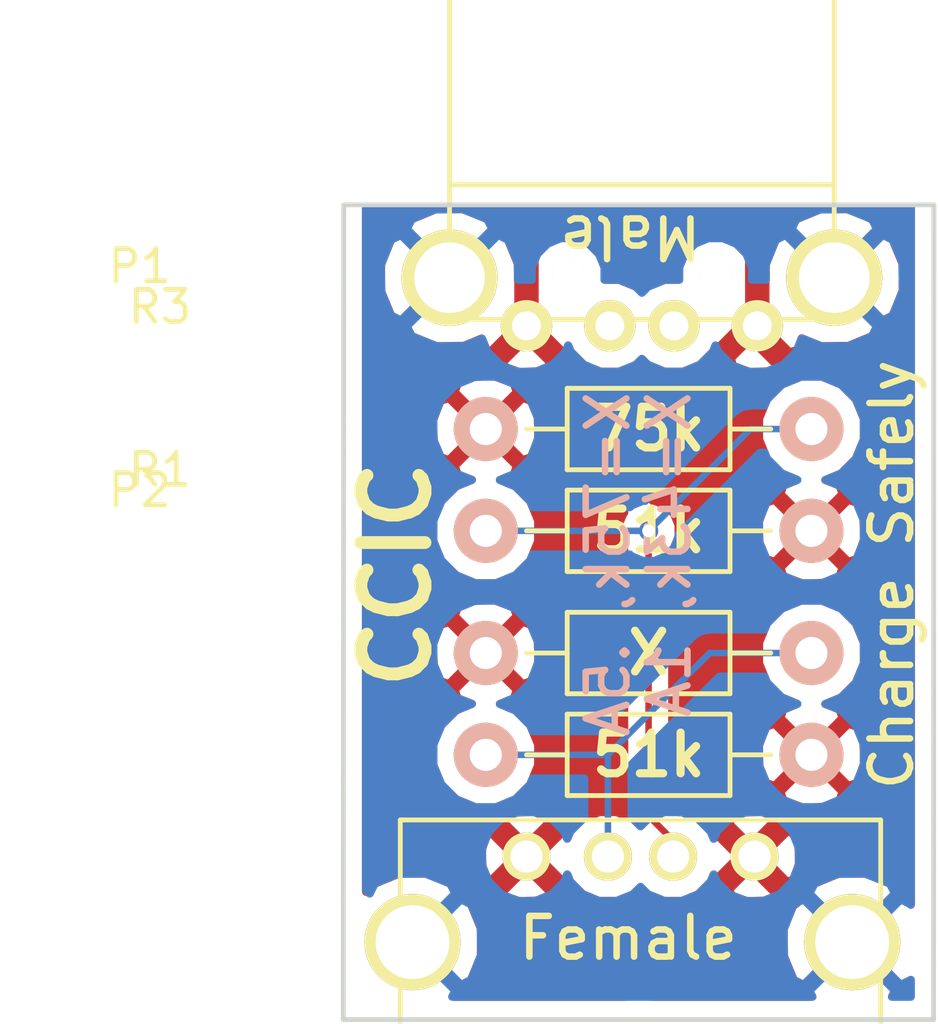
<source format=kicad_pcb>
(kicad_pcb (version 20171130) (host pcbnew "(5.1.0)-1")

  (general
    (thickness 1.6)
    (drawings 17)
    (tracks 39)
    (zones 0)
    (modules 6)
    (nets 8)
  )

  (page A4)
  (layers
    (0 F.Cu signal hide)
    (31 B.Cu signal hide)
    (32 B.Adhes user)
    (33 F.Adhes user)
    (34 B.Paste user)
    (35 F.Paste user)
    (36 B.SilkS user)
    (37 F.SilkS user)
    (38 B.Mask user)
    (39 F.Mask user)
    (40 Dwgs.User user)
    (41 Cmts.User user)
    (42 Eco1.User user)
    (43 Eco2.User user)
    (44 Edge.Cuts user)
    (45 Margin user hide)
    (46 B.CrtYd user)
    (47 F.CrtYd user)
    (48 B.Fab user)
    (49 F.Fab user)
  )

  (setup
    (last_trace_width 0.762)
    (trace_clearance 0.2)
    (zone_clearance 0.508)
    (zone_45_only yes)
    (trace_min 0.2)
    (via_size 0.6)
    (via_drill 0.4)
    (via_min_size 0.4)
    (via_min_drill 0.3)
    (uvia_size 0.3)
    (uvia_drill 0.1)
    (uvias_allowed no)
    (uvia_min_size 0)
    (uvia_min_drill 0)
    (edge_width 0.15)
    (segment_width 0.2)
    (pcb_text_width 0.3)
    (pcb_text_size 1.5 1.5)
    (mod_edge_width 0.15)
    (mod_text_size 1 1)
    (mod_text_width 0.15)
    (pad_size 1.524 1.524)
    (pad_drill 0.762)
    (pad_to_mask_clearance 0.2)
    (aux_axis_origin 0 0)
    (visible_elements 7FFFFFFF)
    (pcbplotparams
      (layerselection 0x00030_80000001)
      (usegerberextensions false)
      (usegerberattributes false)
      (usegerberadvancedattributes false)
      (creategerberjobfile false)
      (excludeedgelayer true)
      (linewidth 0.100000)
      (plotframeref false)
      (viasonmask false)
      (mode 1)
      (useauxorigin false)
      (hpglpennumber 1)
      (hpglpenspeed 20)
      (hpglpendiameter 15.000000)
      (psnegative false)
      (psa4output false)
      (plotreference true)
      (plotvalue true)
      (plotinvisibletext false)
      (padsonsilk false)
      (subtractmaskfromsilk false)
      (outputformat 1)
      (mirror false)
      (drillshape 1)
      (scaleselection 1)
      (outputdirectory ""))
  )

  (net 0 "")
  (net 1 "Net-(P1-Pad3)")
  (net 2 "Net-(P1-Pad2)")
  (net 3 "Net-(P1-Pad5)")
  (net 4 "Net-(P2-Pad3)")
  (net 5 "Net-(P2-Pad2)")
  (net 6 GND)
  (net 7 +5V)

  (net_class Default "This is the default net class."
    (clearance 0.2)
    (trace_width 0.762)
    (via_dia 0.6)
    (via_drill 0.4)
    (uvia_dia 0.3)
    (uvia_drill 0.1)
    (add_net +5V)
    (add_net GND)
    (add_net "Net-(P1-Pad5)")
  )

  (net_class Signal ""
    (clearance 0.2)
    (trace_width 0.2032)
    (via_dia 0.6)
    (via_drill 0.4)
    (uvia_dia 0.3)
    (uvia_drill 0.1)
    (add_net "Net-(P1-Pad2)")
    (add_net "Net-(P1-Pad3)")
    (add_net "Net-(P2-Pad2)")
    (add_net "Net-(P2-Pad3)")
  )

  (module Connect:USB_A (layer F.Cu) (tedit 5A617DDA) (tstamp 59CC4348)
    (at 123.19 108.585)
    (descr "USB A connector")
    (tags "USB USB_A")
    (path /59CC433B)
    (fp_text reference P2 (at -12.065 -11.43) (layer F.SilkS)
      (effects (font (size 1 1) (thickness 0.15)))
    )
    (fp_text value Female (at 3.83794 7.43458) (layer F.Fab)
      (effects (font (size 1 1) (thickness 0.15)))
    )
    (fp_line (start -5.3 13.2) (end -5.3 -1.4) (layer F.CrtYd) (width 0.05))
    (fp_line (start 11.95 -1.4) (end 11.95 13.2) (layer F.CrtYd) (width 0.05))
    (fp_line (start -5.3 13.2) (end 11.95 13.2) (layer F.CrtYd) (width 0.05))
    (fp_line (start -5.3 -1.4) (end 11.95 -1.4) (layer F.CrtYd) (width 0.05))
    (fp_line (start 11.04986 -1.14512) (end 11.04986 12.95188) (layer F.SilkS) (width 0.15))
    (fp_line (start -3.93614 12.95188) (end -3.93614 -1.14512) (layer F.SilkS) (width 0.15))
    (fp_line (start 11.04986 -1.14512) (end -3.93614 -1.14512) (layer F.SilkS) (width 0.15))
    (fp_line (start 11.04986 12.95188) (end -3.93614 12.95188) (layer F.SilkS) (width 0.15))
    (pad 4 thru_hole circle (at 7.11286 -0.00212 270) (size 1.50114 1.50114) (drill 1.00076) (layers *.Cu *.Mask F.SilkS)
      (net 6 GND))
    (pad 3 thru_hole circle (at 4.57286 -0.00212 270) (size 1.50114 1.50114) (drill 1.00076) (layers *.Cu *.Mask F.SilkS)
      (net 4 "Net-(P2-Pad3)"))
    (pad 2 thru_hole circle (at 2.54086 -0.00212 270) (size 1.50114 1.50114) (drill 1.00076) (layers *.Cu *.Mask F.SilkS)
      (net 5 "Net-(P2-Pad2)"))
    (pad 1 thru_hole circle (at 0.00086 -0.00212 270) (size 1.50114 1.50114) (drill 1.00076) (layers *.Cu *.Mask F.SilkS)
      (net 7 +5V))
    (pad 5 thru_hole circle (at 10.16086 2.66488 270) (size 2.99974 2.99974) (drill 2.30124) (layers *.Cu *.Mask F.SilkS)
      (net 3 "Net-(P1-Pad5)"))
    (pad 5 thru_hole circle (at -3.55514 2.66488 270) (size 2.99974 2.99974) (drill 2.30124) (layers *.Cu *.Mask F.SilkS)
      (net 3 "Net-(P1-Pad5)"))
    (model Connect.3dshapes/USB_A.wrl
      (offset (xyz 3.555999946594238 0 0))
      (scale (xyz 1 1 1))
      (rotate (xyz 0 0 90))
    )
  )

  (module Libraries:USB_A_Male (layer F.Cu) (tedit 5A617DD5) (tstamp 5A617AF9)
    (at 123.19 87.63 180)
    (path /59CC42C4)
    (fp_text reference P1 (at 12.065 -2.54 180) (layer F.SilkS)
      (effects (font (size 1 1) (thickness 0.15)))
    )
    (fp_text value Male (at -1.905 3.175 180) (layer F.Fab)
      (effects (font (size 1 1) (thickness 0.15)))
    )
    (fp_line (start 2.4 0) (end 2.4 14.8) (layer F.SilkS) (width 0.15))
    (fp_line (start 2.4 14.8) (end -9.6 14.8) (layer F.SilkS) (width 0.15))
    (fp_line (start -9.6 14.8) (end -9.6 0) (layer F.SilkS) (width 0.15))
    (fp_line (start 2.4 0) (end -9.6 0) (layer F.SilkS) (width 0.15))
    (fp_line (start -9.6 0) (end -9.6 -4.2) (layer F.SilkS) (width 0.15))
    (fp_line (start -9.6 -4.2) (end 2.4 -4.2) (layer F.SilkS) (width 0.15))
    (fp_line (start 2.4 -4.2) (end 2.4 0) (layer F.SilkS) (width 0.15))
    (pad 4 thru_hole circle (at -7.2 -4.4 180) (size 1.6 1.6) (drill 0.9) (layers *.Cu *.Mask F.SilkS)
      (net 6 GND))
    (pad 3 thru_hole circle (at -4.6 -4.4 180) (size 1.6 1.6) (drill 0.9) (layers *.Cu *.Mask F.SilkS)
      (net 1 "Net-(P1-Pad3)"))
    (pad 2 thru_hole circle (at -2.6 -4.4 180) (size 1.6 1.6) (drill 0.9) (layers *.Cu *.Mask F.SilkS)
      (net 2 "Net-(P1-Pad2)"))
    (pad 1 thru_hole circle (at 0 -4.4 180) (size 1.6 1.6) (drill 0.9) (layers *.Cu *.Mask F.SilkS)
      (net 7 +5V))
    (pad 5 thru_hole circle (at -9.6 -2.9 180) (size 3 3) (drill 2.2) (layers *.Cu *.Mask F.SilkS)
      (net 3 "Net-(P1-Pad5)"))
    (pad 5 thru_hole circle (at 2.4 -2.9 180) (size 3 3) (drill 2.2) (layers *.Cu *.Mask F.SilkS)
      (net 3 "Net-(P1-Pad5)"))
    (pad "" np_thru_hole circle (at -5.9 -2.8 180) (size 1 1) (drill 1) (layers *.Cu *.Mask F.SilkS))
    (pad "" np_thru_hole circle (at -1.3 -2.8 180) (size 1 1) (drill 1) (layers *.Cu *.Mask F.SilkS))
  )

  (module Resistors_ThroughHole:Resistor_Horizontal_RM10mm (layer F.Cu) (tedit 5A617E83) (tstamp 5A617C77)
    (at 121.92 102.235)
    (descr "Resistor, Axial,  RM 10mm, 1/3W")
    (tags "Resistor Axial RM 10mm 1/3W")
    (path /5A6170C1)
    (fp_text reference R1 (at -10.16 -5.715) (layer F.SilkS)
      (effects (font (size 1 1) (thickness 0.15)))
    )
    (fp_text value 75k (at -10.16 1.905) (layer F.Fab)
      (effects (font (size 1 1) (thickness 0.15)))
    )
    (fp_line (start -1.25 -1.5) (end 11.4 -1.5) (layer F.CrtYd) (width 0.05))
    (fp_line (start -1.25 1.5) (end -1.25 -1.5) (layer F.CrtYd) (width 0.05))
    (fp_line (start 11.4 -1.5) (end 11.4 1.5) (layer F.CrtYd) (width 0.05))
    (fp_line (start -1.25 1.5) (end 11.4 1.5) (layer F.CrtYd) (width 0.05))
    (fp_line (start 2.54 -1.27) (end 7.62 -1.27) (layer F.SilkS) (width 0.15))
    (fp_line (start 7.62 -1.27) (end 7.62 1.27) (layer F.SilkS) (width 0.15))
    (fp_line (start 7.62 1.27) (end 2.54 1.27) (layer F.SilkS) (width 0.15))
    (fp_line (start 2.54 1.27) (end 2.54 -1.27) (layer F.SilkS) (width 0.15))
    (fp_line (start 2.54 0) (end 1.27 0) (layer F.SilkS) (width 0.15))
    (fp_line (start 7.62 0) (end 8.89 0) (layer F.SilkS) (width 0.15))
    (pad 1 thru_hole circle (at 0 0) (size 1.99898 1.99898) (drill 1.00076) (layers *.Cu *.SilkS *.Mask)
      (net 7 +5V))
    (pad 2 thru_hole circle (at 10.16 0) (size 1.99898 1.99898) (drill 1.00076) (layers *.Cu *.SilkS *.Mask)
      (net 5 "Net-(P2-Pad2)"))
    (model Resistors_ThroughHole.3dshapes/Resistor_Horizontal_RM10mm.wrl
      (at (xyz 0 0 0))
      (scale (xyz 0.4 0.4 0.4))
      (rotate (xyz 0 0 0))
    )
  )

  (module Resistors_ThroughHole:Resistor_Horizontal_RM10mm (layer F.Cu) (tedit 5A617E89) (tstamp 5A617C7C)
    (at 121.92 105.41)
    (descr "Resistor, Axial,  RM 10mm, 1/3W")
    (tags "Resistor Axial RM 10mm 1/3W")
    (path /5A61710A)
    (fp_text reference R2 (at 20.955 -3.175) (layer F.SilkS)
      (effects (font (size 1 1) (thickness 0.15)))
    )
    (fp_text value 50k (at 20.955 -1.27) (layer F.Fab)
      (effects (font (size 1 1) (thickness 0.15)))
    )
    (fp_line (start -1.25 -1.5) (end 11.4 -1.5) (layer F.CrtYd) (width 0.05))
    (fp_line (start -1.25 1.5) (end -1.25 -1.5) (layer F.CrtYd) (width 0.05))
    (fp_line (start 11.4 -1.5) (end 11.4 1.5) (layer F.CrtYd) (width 0.05))
    (fp_line (start -1.25 1.5) (end 11.4 1.5) (layer F.CrtYd) (width 0.05))
    (fp_line (start 2.54 -1.27) (end 7.62 -1.27) (layer F.SilkS) (width 0.15))
    (fp_line (start 7.62 -1.27) (end 7.62 1.27) (layer F.SilkS) (width 0.15))
    (fp_line (start 7.62 1.27) (end 2.54 1.27) (layer F.SilkS) (width 0.15))
    (fp_line (start 2.54 1.27) (end 2.54 -1.27) (layer F.SilkS) (width 0.15))
    (fp_line (start 2.54 0) (end 1.27 0) (layer F.SilkS) (width 0.15))
    (fp_line (start 7.62 0) (end 8.89 0) (layer F.SilkS) (width 0.15))
    (pad 1 thru_hole circle (at 0 0) (size 1.99898 1.99898) (drill 1.00076) (layers *.Cu *.SilkS *.Mask)
      (net 5 "Net-(P2-Pad2)"))
    (pad 2 thru_hole circle (at 10.16 0) (size 1.99898 1.99898) (drill 1.00076) (layers *.Cu *.SilkS *.Mask)
      (net 6 GND))
    (model Resistors_ThroughHole.3dshapes/Resistor_Horizontal_RM10mm.wrl
      (at (xyz 0 0 0))
      (scale (xyz 0.4 0.4 0.4))
      (rotate (xyz 0 0 0))
    )
  )

  (module Resistors_ThroughHole:Resistor_Horizontal_RM10mm (layer F.Cu) (tedit 5A617E84) (tstamp 5A617C81)
    (at 121.92 95.25)
    (descr "Resistor, Axial,  RM 10mm, 1/3W")
    (tags "Resistor Axial RM 10mm 1/3W")
    (path /5A617165)
    (fp_text reference R3 (at -10.16 -3.81) (layer F.SilkS)
      (effects (font (size 1 1) (thickness 0.15)))
    )
    (fp_text value 75k (at -10.16 1.27) (layer F.Fab)
      (effects (font (size 1 1) (thickness 0.15)))
    )
    (fp_line (start -1.25 -1.5) (end 11.4 -1.5) (layer F.CrtYd) (width 0.05))
    (fp_line (start -1.25 1.5) (end -1.25 -1.5) (layer F.CrtYd) (width 0.05))
    (fp_line (start 11.4 -1.5) (end 11.4 1.5) (layer F.CrtYd) (width 0.05))
    (fp_line (start -1.25 1.5) (end 11.4 1.5) (layer F.CrtYd) (width 0.05))
    (fp_line (start 2.54 -1.27) (end 7.62 -1.27) (layer F.SilkS) (width 0.15))
    (fp_line (start 7.62 -1.27) (end 7.62 1.27) (layer F.SilkS) (width 0.15))
    (fp_line (start 7.62 1.27) (end 2.54 1.27) (layer F.SilkS) (width 0.15))
    (fp_line (start 2.54 1.27) (end 2.54 -1.27) (layer F.SilkS) (width 0.15))
    (fp_line (start 2.54 0) (end 1.27 0) (layer F.SilkS) (width 0.15))
    (fp_line (start 7.62 0) (end 8.89 0) (layer F.SilkS) (width 0.15))
    (pad 1 thru_hole circle (at 0 0) (size 1.99898 1.99898) (drill 1.00076) (layers *.Cu *.SilkS *.Mask)
      (net 7 +5V))
    (pad 2 thru_hole circle (at 10.16 0) (size 1.99898 1.99898) (drill 1.00076) (layers *.Cu *.SilkS *.Mask)
      (net 4 "Net-(P2-Pad3)"))
    (model Resistors_ThroughHole.3dshapes/Resistor_Horizontal_RM10mm.wrl
      (at (xyz 0 0 0))
      (scale (xyz 0.4 0.4 0.4))
      (rotate (xyz 0 0 0))
    )
  )

  (module Resistors_ThroughHole:Resistor_Horizontal_RM10mm (layer F.Cu) (tedit 5A617E87) (tstamp 5A617C86)
    (at 121.92 98.425)
    (descr "Resistor, Axial,  RM 10mm, 1/3W")
    (tags "Resistor Axial RM 10mm 1/3W")
    (path /5A617138)
    (fp_text reference R4 (at 20.955 -1.27) (layer F.SilkS)
      (effects (font (size 1 1) (thickness 0.15)))
    )
    (fp_text value 50k (at 19.05 -3.175) (layer F.Fab)
      (effects (font (size 1 1) (thickness 0.15)))
    )
    (fp_line (start -1.25 -1.5) (end 11.4 -1.5) (layer F.CrtYd) (width 0.05))
    (fp_line (start -1.25 1.5) (end -1.25 -1.5) (layer F.CrtYd) (width 0.05))
    (fp_line (start 11.4 -1.5) (end 11.4 1.5) (layer F.CrtYd) (width 0.05))
    (fp_line (start -1.25 1.5) (end 11.4 1.5) (layer F.CrtYd) (width 0.05))
    (fp_line (start 2.54 -1.27) (end 7.62 -1.27) (layer F.SilkS) (width 0.15))
    (fp_line (start 7.62 -1.27) (end 7.62 1.27) (layer F.SilkS) (width 0.15))
    (fp_line (start 7.62 1.27) (end 2.54 1.27) (layer F.SilkS) (width 0.15))
    (fp_line (start 2.54 1.27) (end 2.54 -1.27) (layer F.SilkS) (width 0.15))
    (fp_line (start 2.54 0) (end 1.27 0) (layer F.SilkS) (width 0.15))
    (fp_line (start 7.62 0) (end 8.89 0) (layer F.SilkS) (width 0.15))
    (pad 1 thru_hole circle (at 0 0) (size 1.99898 1.99898) (drill 1.00076) (layers *.Cu *.SilkS *.Mask)
      (net 4 "Net-(P2-Pad3)"))
    (pad 2 thru_hole circle (at 10.16 0) (size 1.99898 1.99898) (drill 1.00076) (layers *.Cu *.SilkS *.Mask)
      (net 6 GND))
    (model Resistors_ThroughHole.3dshapes/Resistor_Horizontal_RM10mm.wrl
      (at (xyz 0 0 0))
      (scale (xyz 0.4 0.4 0.4))
      (rotate (xyz 0 0 0))
    )
  )

  (gr_text "California\nCybersecurity\nInstitute" (at 126.59 111.53) (layer B.Mask)
    (effects (font (size 0.85 0.9) (thickness 0.1524)) (justify mirror))
  )
  (gr_text "Charge Safely" (at 134.58 99.79 90) (layer F.SilkS)
    (effects (font (size 1.27 1.27) (thickness 0.2032)))
  )
  (dimension 18.415 (width 0.3) (layer Dwgs.User)
    (gr_text "0.7250 in" (at 126.6925 83.725) (layer Dwgs.User)
      (effects (font (size 1.5 1.5) (thickness 0.3)))
    )
    (feature1 (pts (xy 135.9 88.25) (xy 135.9 82.375)))
    (feature2 (pts (xy 117.485 88.25) (xy 117.485 82.375)))
    (crossbar (pts (xy 117.485 85.075) (xy 135.9 85.075)))
    (arrow1a (pts (xy 135.9 85.075) (xy 134.773496 85.661421)))
    (arrow1b (pts (xy 135.9 85.075) (xy 134.773496 84.488579)))
    (arrow2a (pts (xy 117.485 85.075) (xy 118.611504 85.661421)))
    (arrow2b (pts (xy 117.485 85.075) (xy 118.611504 84.488579)))
  )
  (dimension 25.42526 (width 0.3) (layer Dwgs.User)
    (gr_text "1.0010 in" (at 112.302521 100.928845 89.74084682) (layer Dwgs.User)
      (effects (font (size 1.5 1.5) (thickness 0.3)))
    )
    (feature1 (pts (xy 117.475 113.665) (xy 113.758585 113.64819)))
    (feature2 (pts (xy 117.59 88.24) (xy 113.873585 88.22319)))
    (crossbar (pts (xy 114.46 88.225843) (xy 114.345 113.650843)))
    (arrow1a (pts (xy 114.345 113.650843) (xy 113.763681 112.521698)))
    (arrow1b (pts (xy 114.345 113.650843) (xy 114.93651 112.527003)))
    (arrow2a (pts (xy 114.46 88.225843) (xy 113.86849 89.349683)))
    (arrow2b (pts (xy 114.46 88.225843) (xy 115.041319 89.354988)))
  )
  (gr_text "X=43k, 1A" (at 127.635 93.98 90) (layer B.SilkS)
    (effects (font (size 1.27 1.27) (thickness 0.2032)) (justify left mirror))
  )
  (gr_text "X=75k, .5A" (at 125.73 93.98 90) (layer B.SilkS)
    (effects (font (size 1.27 1.27) (thickness 0.2032)) (justify left mirror))
  )
  (gr_text Male (at 126.43 89.26 180) (layer F.SilkS)
    (effects (font (size 1.27 1.27) (thickness 0.2032)))
  )
  (gr_text Female (at 126.365 111.125) (layer F.SilkS)
    (effects (font (size 1.27 1.27) (thickness 0.2032)))
  )
  (gr_text 51k (at 127 105.41) (layer F.SilkS)
    (effects (font (size 1.27 1.27) (thickness 0.254)))
  )
  (gr_text 51k (at 127 98.425) (layer F.SilkS)
    (effects (font (size 1.27 1.27) (thickness 0.254)))
  )
  (gr_text X (at 127 102.235) (layer F.SilkS)
    (effects (font (size 1.27 1.27) (thickness 0.254)))
  )
  (gr_text 75k (at 127 95.25) (layer F.SilkS)
    (effects (font (size 1.27 1.27) (thickness 0.254)))
  )
  (gr_line (start 135.89 113.665) (end 117.475 113.665) (angle 90) (layer Edge.Cuts) (width 0.15))
  (gr_line (start 135.9 88.26) (end 135.89 113.665) (angle 90) (layer Edge.Cuts) (width 0.15))
  (gr_line (start 117.49 88.26) (end 135.9 88.26) (angle 90) (layer Edge.Cuts) (width 0.15))
  (gr_line (start 117.475 113.665) (end 117.49 88.26) (angle 90) (layer Edge.Cuts) (width 0.15))
  (gr_text CCIC (at 119.12 99.79 90) (layer F.SilkS)
    (effects (font (size 2 2) (thickness 0.4)))
  )

  (via (at 127 98.425) (size 0.6) (drill 0.4) (layers F.Cu B.Cu) (net 4))
  (segment (start 127 98.425) (end 130.175 95.25) (width 0.2032) (layer B.Cu) (net 4))
  (segment (start 130.175 95.25) (end 132.08 95.25) (width 0.2032) (layer B.Cu) (net 4) (tstamp 5A617FE7))
  (segment (start 127.76286 108.58288) (end 127.76286 108.07786) (width 0.2032) (layer F.Cu) (net 4))
  (segment (start 127.76286 108.07786) (end 127 107.315) (width 0.2032) (layer F.Cu) (net 4) (tstamp 5A617FD4))
  (segment (start 127 107.315) (end 127 98.425) (width 0.2032) (layer F.Cu) (net 4) (tstamp 5A617FD9))
  (segment (start 127 98.425) (end 121.92 98.425) (width 0.2032) (layer B.Cu) (net 4) (tstamp 5A617FE1))
  (segment (start 125.73 105.41) (end 125.73 105.40828) (width 0.2032) (layer B.Cu) (net 5))
  (segment (start 128.905 102.235) (end 132.08 102.235) (width 0.2032) (layer B.Cu) (net 5) (tstamp 5A617F9F))
  (segment (start 125.73 105.40828) (end 128.905 102.235) (width 0.2032) (layer B.Cu) (net 5) (tstamp 5A617F9D))
  (segment (start 125.73086 108.58288) (end 125.73 105.41) (width 0.2032) (layer B.Cu) (net 5))
  (segment (start 125.72914 105.40914) (end 121.92 105.41) (width 0.2032) (layer B.Cu) (net 5) (tstamp 5A617F9A))
  (segment (start 125.73 105.41) (end 125.72914 105.40914) (width 0.2032) (layer B.Cu) (net 5) (tstamp 5A617F98))
  (segment (start 130.30286 108.58288) (end 130.17712 108.58288) (width 0.762) (layer F.Cu) (net 6))
  (segment (start 130.17712 108.58288) (end 128.905 109.855) (width 0.762) (layer F.Cu) (net 6) (tstamp 5A618163))
  (segment (start 130.30286 108.58288) (end 130.30286 108.71286) (width 0.762) (layer F.Cu) (net 6))
  (segment (start 130.30286 108.71286) (end 131.445 109.855) (width 0.762) (layer F.Cu) (net 6) (tstamp 5A618160))
  (segment (start 130.30286 108.58288) (end 130.30286 108.45714) (width 0.762) (layer F.Cu) (net 6))
  (segment (start 130.30286 108.45714) (end 131.445 107.315) (width 0.762) (layer F.Cu) (net 6) (tstamp 5A61815D))
  (segment (start 130.30286 108.58288) (end 130.17288 108.58288) (width 0.762) (layer F.Cu) (net 6))
  (segment (start 130.17288 108.58288) (end 128.905 107.315) (width 0.762) (layer F.Cu) (net 6) (tstamp 5A61815A))
  (segment (start 130.39 92.03) (end 130.39 92.29) (width 0.762) (layer F.Cu) (net 6))
  (segment (start 130.39 92.29) (end 131.445 93.345) (width 0.762) (layer F.Cu) (net 6) (tstamp 5A618140))
  (segment (start 130.39 92.03) (end 130.22 92.03) (width 0.762) (layer F.Cu) (net 6))
  (segment (start 130.22 92.03) (end 128.905 93.345) (width 0.762) (layer F.Cu) (net 6) (tstamp 5A61813D))
  (segment (start 130.39 92.03) (end 130.39 89.115) (width 0.762) (layer F.Cu) (net 6))
  (segment (start 130.39 89.115) (end 130.175 88.9) (width 0.762) (layer F.Cu) (net 6) (tstamp 5A618123))
  (segment (start 123.19086 108.58288) (end 123.19212 108.58288) (width 0.762) (layer F.Cu) (net 7))
  (segment (start 123.19212 108.58288) (end 124.46 107.315) (width 0.762) (layer F.Cu) (net 7) (tstamp 5A618157))
  (segment (start 123.19086 108.58288) (end 123.19086 108.58586) (width 0.762) (layer F.Cu) (net 7))
  (segment (start 123.19086 108.58586) (end 124.46 109.855) (width 0.762) (layer F.Cu) (net 7) (tstamp 5A618154))
  (segment (start 123.19086 108.58288) (end 123.19086 108.58414) (width 0.762) (layer F.Cu) (net 7))
  (segment (start 123.19086 108.58414) (end 121.92 109.855) (width 0.762) (layer F.Cu) (net 7) (tstamp 5A618151))
  (segment (start 123.19086 108.58288) (end 123.18788 108.58288) (width 0.762) (layer F.Cu) (net 7))
  (segment (start 123.18788 108.58288) (end 121.92 107.315) (width 0.762) (layer F.Cu) (net 7) (tstamp 5A61814D))
  (segment (start 123.19 92.03) (end 123.19 92.075) (width 0.762) (layer F.Cu) (net 7))
  (segment (start 123.19 92.075) (end 124.46 93.345) (width 0.762) (layer F.Cu) (net 7) (tstamp 5A61813A))
  (segment (start 123.19 92.075) (end 121.92 93.345) (width 0.762) (layer F.Cu) (net 7) (tstamp 5A618136))
  (segment (start 123.19 92.03) (end 123.19 88.9) (width 0.762) (layer F.Cu) (net 7))

  (zone (net 7) (net_name +5V) (layer F.Cu) (tstamp 5A617EDA) (hatch edge 0.508)
    (connect_pads (clearance 0.508))
    (min_thickness 0.254)
    (fill yes (arc_segments 16) (thermal_gap 0.508) (thermal_bridge_width 0.508))
    (polygon
      (pts
        (xy 117.475 87.63) (xy 126.365 87.63) (xy 126.365 113.665) (xy 117.475 113.665)
      )
    )
    (filled_polygon
      (pts
        (xy 126.238 90.662231) (xy 126.076691 90.59525) (xy 125.624857 90.594856) (xy 125.625197 90.205225) (xy 125.452767 89.787914)
        (xy 125.133765 89.468355) (xy 124.716756 89.295197) (xy 124.265225 89.294803) (xy 123.847914 89.467233) (xy 123.528355 89.786235)
        (xy 123.355197 90.203244) (xy 123.354863 90.58551) (xy 122.924934 90.606008) (xy 122.92537 90.107185) (xy 122.60102 89.3222)
        (xy 122.000959 88.721091) (xy 121.216541 88.395372) (xy 120.367185 88.39463) (xy 119.5822 88.71898) (xy 118.981091 89.319041)
        (xy 118.655372 90.103459) (xy 118.65463 90.952815) (xy 118.97898 91.7378) (xy 119.579041 92.338909) (xy 120.363459 92.664628)
        (xy 121.212815 92.66537) (xy 121.788472 92.427513) (xy 121.936136 92.784005) (xy 122.182255 92.858139) (xy 123.010395 92.03)
        (xy 122.996253 92.015858) (xy 123.175858 91.836252) (xy 123.19 91.850395) (xy 123.204142 91.836252) (xy 123.383748 92.015858)
        (xy 123.369605 92.03) (xy 124.197745 92.858139) (xy 124.443864 92.784005) (xy 124.492717 92.648089) (xy 124.572757 92.8418)
        (xy 124.976077 93.245824) (xy 125.503309 93.46475) (xy 126.074187 93.465248) (xy 126.238 93.397562) (xy 126.238 97.864534)
        (xy 126.207808 97.894673) (xy 126.065162 98.238201) (xy 126.064838 98.610167) (xy 126.206883 98.953943) (xy 126.238 98.985115)
        (xy 126.238 107.29319) (xy 126.007676 107.197551) (xy 125.456462 107.19707) (xy 124.947023 107.407566) (xy 124.556916 107.796993)
        (xy 124.467481 108.012376) (xy 124.403791 107.858615) (xy 124.16279 107.790555) (xy 123.370465 108.58288) (xy 124.16279 109.375205)
        (xy 124.403791 109.307145) (xy 124.462629 109.14184) (xy 124.555546 109.366717) (xy 124.944973 109.756824) (xy 125.454044 109.968209)
        (xy 126.005258 109.96869) (xy 126.238 109.872523) (xy 126.238 112.955) (xy 120.948562 112.955) (xy 121.44366 112.460766)
        (xy 121.769359 111.676395) (xy 121.7701 110.827091) (xy 121.44577 110.042153) (xy 120.959278 109.55481) (xy 122.398535 109.55481)
        (xy 122.466595 109.795811) (xy 122.985894 109.980647) (xy 123.536398 109.952685) (xy 123.915125 109.795811) (xy 123.983185 109.55481)
        (xy 123.19086 108.762485) (xy 122.398535 109.55481) (xy 120.959278 109.55481) (xy 120.845746 109.44108) (xy 120.061375 109.115381)
        (xy 119.212071 109.11464) (xy 118.427133 109.43897) (xy 118.185 109.68068) (xy 118.185 108.377914) (xy 121.793093 108.377914)
        (xy 121.821055 108.928418) (xy 121.977929 109.307145) (xy 122.21893 109.375205) (xy 123.011255 108.58288) (xy 122.21893 107.790555)
        (xy 121.977929 107.858615) (xy 121.793093 108.377914) (xy 118.185 108.377914) (xy 118.185 107.61095) (xy 122.398535 107.61095)
        (xy 123.19086 108.403275) (xy 123.983185 107.61095) (xy 123.915125 107.369949) (xy 123.395826 107.185113) (xy 122.845322 107.213075)
        (xy 122.466595 107.369949) (xy 122.398535 107.61095) (xy 118.185 107.61095) (xy 118.185 105.733694) (xy 120.285226 105.733694)
        (xy 120.533538 106.334655) (xy 120.992927 106.794846) (xy 121.593453 107.044206) (xy 122.243694 107.044774) (xy 122.844655 106.796462)
        (xy 123.304846 106.337073) (xy 123.554206 105.736547) (xy 123.554774 105.086306) (xy 123.306462 104.485345) (xy 122.847073 104.025154)
        (xy 122.373035 103.828316) (xy 122.793958 103.653965) (xy 122.892557 103.387163) (xy 121.92 102.414605) (xy 120.947443 103.387163)
        (xy 121.046042 103.653965) (xy 121.490333 103.819013) (xy 120.995345 104.023538) (xy 120.535154 104.482927) (xy 120.285794 105.083453)
        (xy 120.285226 105.733694) (xy 118.185 105.733694) (xy 118.185 101.970582) (xy 120.274599 101.970582) (xy 120.298659 102.620377)
        (xy 120.501035 103.108958) (xy 120.767837 103.207557) (xy 121.740395 102.235) (xy 122.099605 102.235) (xy 123.072163 103.207557)
        (xy 123.338965 103.108958) (xy 123.565401 102.499418) (xy 123.541341 101.849623) (xy 123.338965 101.361042) (xy 123.072163 101.262443)
        (xy 122.099605 102.235) (xy 121.740395 102.235) (xy 120.767837 101.262443) (xy 120.501035 101.361042) (xy 120.274599 101.970582)
        (xy 118.185 101.970582) (xy 118.185 101.082837) (xy 120.947443 101.082837) (xy 121.92 102.055395) (xy 122.892557 101.082837)
        (xy 122.793958 100.816035) (xy 122.184418 100.589599) (xy 121.534623 100.613659) (xy 121.046042 100.816035) (xy 120.947443 101.082837)
        (xy 118.185 101.082837) (xy 118.185 98.748694) (xy 120.285226 98.748694) (xy 120.533538 99.349655) (xy 120.992927 99.809846)
        (xy 121.593453 100.059206) (xy 122.243694 100.059774) (xy 122.844655 99.811462) (xy 123.304846 99.352073) (xy 123.554206 98.751547)
        (xy 123.554774 98.101306) (xy 123.306462 97.500345) (xy 122.847073 97.040154) (xy 122.373035 96.843316) (xy 122.793958 96.668965)
        (xy 122.892557 96.402163) (xy 121.92 95.429605) (xy 120.947443 96.402163) (xy 121.046042 96.668965) (xy 121.490333 96.834013)
        (xy 120.995345 97.038538) (xy 120.535154 97.497927) (xy 120.285794 98.098453) (xy 120.285226 98.748694) (xy 118.185 98.748694)
        (xy 118.185 94.985582) (xy 120.274599 94.985582) (xy 120.298659 95.635377) (xy 120.501035 96.123958) (xy 120.767837 96.222557)
        (xy 121.740395 95.25) (xy 122.099605 95.25) (xy 123.072163 96.222557) (xy 123.338965 96.123958) (xy 123.565401 95.514418)
        (xy 123.541341 94.864623) (xy 123.338965 94.376042) (xy 123.072163 94.277443) (xy 122.099605 95.25) (xy 121.740395 95.25)
        (xy 120.767837 94.277443) (xy 120.501035 94.376042) (xy 120.274599 94.985582) (xy 118.185 94.985582) (xy 118.185 94.097837)
        (xy 120.947443 94.097837) (xy 121.92 95.070395) (xy 122.892557 94.097837) (xy 122.793958 93.831035) (xy 122.184418 93.604599)
        (xy 121.534623 93.628659) (xy 121.046042 93.831035) (xy 120.947443 94.097837) (xy 118.185 94.097837) (xy 118.185 93.037745)
        (xy 122.361861 93.037745) (xy 122.435995 93.283864) (xy 122.973223 93.476965) (xy 123.543454 93.449778) (xy 123.944005 93.283864)
        (xy 124.018139 93.037745) (xy 123.19 92.209605) (xy 122.361861 93.037745) (xy 118.185 93.037745) (xy 118.185 88.34)
        (xy 126.238 88.34)
      )
    )
  )
  (zone (net 6) (net_name GND) (layer F.Cu) (tstamp 5A617EEC) (hatch edge 0.508)
    (connect_pads (clearance 0.508))
    (min_thickness 0.254)
    (fill yes (arc_segments 16) (thermal_gap 0.508) (thermal_bridge_width 0.508))
    (polygon
      (pts
        (xy 127 87.63) (xy 135.89 87.63) (xy 135.89 113.665) (xy 127 113.665)
      )
    )
    (filled_polygon
      (pts
        (xy 135.18 110.086273) (xy 135.16177 110.042153) (xy 134.561746 109.44108) (xy 133.777375 109.115381) (xy 132.928071 109.11464)
        (xy 132.143133 109.43897) (xy 131.54206 110.038994) (xy 131.216361 110.823365) (xy 131.21562 111.672669) (xy 131.53995 112.457607)
        (xy 132.036475 112.955) (xy 127.127 112.955) (xy 127.127 109.819121) (xy 127.486044 109.968209) (xy 128.037258 109.96869)
        (xy 128.546697 109.758194) (xy 128.750436 109.55481) (xy 129.510535 109.55481) (xy 129.578595 109.795811) (xy 130.097894 109.980647)
        (xy 130.648398 109.952685) (xy 131.027125 109.795811) (xy 131.095185 109.55481) (xy 130.30286 108.762485) (xy 129.510535 109.55481)
        (xy 128.750436 109.55481) (xy 128.936804 109.368767) (xy 129.026239 109.153384) (xy 129.089929 109.307145) (xy 129.33093 109.375205)
        (xy 130.123255 108.58288) (xy 130.482465 108.58288) (xy 131.27479 109.375205) (xy 131.515791 109.307145) (xy 131.700627 108.787846)
        (xy 131.672665 108.237342) (xy 131.515791 107.858615) (xy 131.27479 107.790555) (xy 130.482465 108.58288) (xy 130.123255 108.58288)
        (xy 129.33093 107.790555) (xy 129.089929 107.858615) (xy 129.031091 108.02392) (xy 128.938174 107.799043) (xy 128.750409 107.61095)
        (xy 129.510535 107.61095) (xy 130.30286 108.403275) (xy 131.095185 107.61095) (xy 131.027125 107.369949) (xy 130.507826 107.185113)
        (xy 129.957322 107.213075) (xy 129.578595 107.369949) (xy 129.510535 107.61095) (xy 128.750409 107.61095) (xy 128.548747 107.408936)
        (xy 128.039676 107.197551) (xy 127.92416 107.19745) (xy 127.7366 107.00989) (xy 127.7366 106.562163) (xy 131.107443 106.562163)
        (xy 131.206042 106.828965) (xy 131.815582 107.055401) (xy 132.465377 107.031341) (xy 132.953958 106.828965) (xy 133.052557 106.562163)
        (xy 132.08 105.589605) (xy 131.107443 106.562163) (xy 127.7366 106.562163) (xy 127.7366 105.145582) (xy 130.434599 105.145582)
        (xy 130.458659 105.795377) (xy 130.661035 106.283958) (xy 130.927837 106.382557) (xy 131.900395 105.41) (xy 132.259605 105.41)
        (xy 133.232163 106.382557) (xy 133.498965 106.283958) (xy 133.725401 105.674418) (xy 133.701341 105.024623) (xy 133.498965 104.536042)
        (xy 133.232163 104.437443) (xy 132.259605 105.41) (xy 131.900395 105.41) (xy 130.927837 104.437443) (xy 130.661035 104.536042)
        (xy 130.434599 105.145582) (xy 127.7366 105.145582) (xy 127.7366 102.558694) (xy 130.445226 102.558694) (xy 130.693538 103.159655)
        (xy 131.152927 103.619846) (xy 131.626965 103.816684) (xy 131.206042 103.991035) (xy 131.107443 104.257837) (xy 132.08 105.230395)
        (xy 133.052557 104.257837) (xy 132.953958 103.991035) (xy 132.509667 103.825987) (xy 133.004655 103.621462) (xy 133.464846 103.162073)
        (xy 133.714206 102.561547) (xy 133.714774 101.911306) (xy 133.466462 101.310345) (xy 133.007073 100.850154) (xy 132.406547 100.600794)
        (xy 131.756306 100.600226) (xy 131.155345 100.848538) (xy 130.695154 101.307927) (xy 130.445794 101.908453) (xy 130.445226 102.558694)
        (xy 127.7366 102.558694) (xy 127.7366 99.577163) (xy 131.107443 99.577163) (xy 131.206042 99.843965) (xy 131.815582 100.070401)
        (xy 132.465377 100.046341) (xy 132.953958 99.843965) (xy 133.052557 99.577163) (xy 132.08 98.604605) (xy 131.107443 99.577163)
        (xy 127.7366 99.577163) (xy 127.7366 99.010822) (xy 127.792192 98.955327) (xy 127.934838 98.611799) (xy 127.935162 98.239833)
        (xy 127.902417 98.160582) (xy 130.434599 98.160582) (xy 130.458659 98.810377) (xy 130.661035 99.298958) (xy 130.927837 99.397557)
        (xy 131.900395 98.425) (xy 132.259605 98.425) (xy 133.232163 99.397557) (xy 133.498965 99.298958) (xy 133.725401 98.689418)
        (xy 133.701341 98.039623) (xy 133.498965 97.551042) (xy 133.232163 97.452443) (xy 132.259605 98.425) (xy 131.900395 98.425)
        (xy 130.927837 97.452443) (xy 130.661035 97.551042) (xy 130.434599 98.160582) (xy 127.902417 98.160582) (xy 127.793117 97.896057)
        (xy 127.530327 97.632808) (xy 127.186799 97.490162) (xy 127.127 97.49011) (xy 127.127 95.573694) (xy 130.445226 95.573694)
        (xy 130.693538 96.174655) (xy 131.152927 96.634846) (xy 131.626965 96.831684) (xy 131.206042 97.006035) (xy 131.107443 97.272837)
        (xy 132.08 98.245395) (xy 133.052557 97.272837) (xy 132.953958 97.006035) (xy 132.509667 96.840987) (xy 133.004655 96.636462)
        (xy 133.464846 96.177073) (xy 133.714206 95.576547) (xy 133.714774 94.926306) (xy 133.466462 94.325345) (xy 133.007073 93.865154)
        (xy 132.406547 93.615794) (xy 131.756306 93.615226) (xy 131.155345 93.863538) (xy 130.695154 94.322927) (xy 130.445794 94.923453)
        (xy 130.445226 95.573694) (xy 127.127 95.573694) (xy 127.127 93.308493) (xy 127.503309 93.46475) (xy 128.074187 93.465248)
        (xy 128.6018 93.247243) (xy 128.811663 93.037745) (xy 129.561861 93.037745) (xy 129.635995 93.283864) (xy 130.173223 93.476965)
        (xy 130.743454 93.449778) (xy 131.144005 93.283864) (xy 131.218139 93.037745) (xy 130.39 92.209605) (xy 129.561861 93.037745)
        (xy 128.811663 93.037745) (xy 129.005824 92.843923) (xy 129.083485 92.656895) (xy 129.136136 92.784005) (xy 129.382255 92.858139)
        (xy 130.210395 92.03) (xy 130.196252 92.015858) (xy 130.375858 91.836252) (xy 130.39 91.850395) (xy 130.404142 91.836252)
        (xy 130.583748 92.015858) (xy 130.569605 92.03) (xy 131.397745 92.858139) (xy 131.643864 92.784005) (xy 131.774653 92.420134)
        (xy 132.363459 92.664628) (xy 133.212815 92.66537) (xy 133.9978 92.34102) (xy 134.598909 91.740959) (xy 134.924628 90.956541)
        (xy 134.92537 90.107185) (xy 134.60102 89.3222) (xy 134.000959 88.721091) (xy 133.216541 88.395372) (xy 132.367185 88.39463)
        (xy 131.5822 88.71898) (xy 130.981091 89.319041) (xy 130.655372 90.103459) (xy 130.654938 90.600346) (xy 130.606777 90.583035)
        (xy 130.224851 90.601244) (xy 130.225197 90.205225) (xy 130.052767 89.787914) (xy 129.733765 89.468355) (xy 129.316756 89.295197)
        (xy 128.865225 89.294803) (xy 128.447914 89.467233) (xy 128.128355 89.786235) (xy 127.955197 90.203244) (xy 127.954855 90.595144)
        (xy 127.505813 90.594752) (xy 127.127 90.751274) (xy 127.127 88.34) (xy 135.18 88.34)
      )
    )
  )
  (zone (net 3) (net_name "Net-(P1-Pad5)") (layer B.Cu) (tstamp 5A617FFB) (hatch edge 0.508)
    (connect_pads (clearance 0.508))
    (min_thickness 0.254)
    (fill yes (arc_segments 16) (thermal_gap 0.508) (thermal_bridge_width 0.508))
    (polygon
      (pts
        (xy 117.475 87.63) (xy 135.89 87.63) (xy 135.89 113.665) (xy 117.475 113.665)
      )
    )
    (filled_polygon
      (pts
        (xy 135.18 110.073625) (xy 134.864737 109.915608) (xy 133.530465 111.24988) (xy 134.864737 112.584152) (xy 135.18 112.426135)
        (xy 135.18 112.955) (xy 134.589277 112.955) (xy 134.685132 112.763757) (xy 133.35086 111.429485) (xy 132.016588 112.763757)
        (xy 132.112443 112.955) (xy 120.873277 112.955) (xy 120.969132 112.763757) (xy 119.63486 111.429485) (xy 119.620718 111.443628)
        (xy 119.441113 111.264023) (xy 119.455255 111.24988) (xy 119.814465 111.24988) (xy 121.148737 112.584152) (xy 121.467492 112.424385)
        (xy 121.777455 111.633663) (xy 121.762787 110.866097) (xy 131.208265 110.866097) (xy 131.224493 111.715246) (xy 131.518228 112.424385)
        (xy 131.836983 112.584152) (xy 133.171255 111.24988) (xy 131.836983 109.915608) (xy 131.518228 110.075375) (xy 131.208265 110.866097)
        (xy 121.762787 110.866097) (xy 121.761227 110.784514) (xy 121.467492 110.075375) (xy 121.148737 109.915608) (xy 119.814465 111.24988)
        (xy 119.455255 111.24988) (xy 119.441113 111.235738) (xy 119.620718 111.056133) (xy 119.63486 111.070275) (xy 120.969132 109.736003)
        (xy 120.809365 109.417248) (xy 120.018643 109.107285) (xy 119.169494 109.123513) (xy 118.460355 109.417248) (xy 118.300589 109.736001)
        (xy 118.187268 109.62268) (xy 118.185 109.624948) (xy 118.185 102.558694) (xy 120.285226 102.558694) (xy 120.533538 103.159655)
        (xy 120.992927 103.619846) (xy 121.481432 103.822691) (xy 120.995345 104.023538) (xy 120.535154 104.482927) (xy 120.285794 105.083453)
        (xy 120.285226 105.733694) (xy 120.533538 106.334655) (xy 120.992927 106.794846) (xy 121.593453 107.044206) (xy 122.243694 107.044774)
        (xy 122.844655 106.796462) (xy 123.304846 106.337073) (xy 123.384074 106.146269) (xy 124.993599 106.145906) (xy 124.993936 107.388182)
        (xy 124.947023 107.407566) (xy 124.556916 107.796993) (xy 124.460885 108.028261) (xy 124.366174 107.799043) (xy 123.976747 107.408936)
        (xy 123.467676 107.197551) (xy 122.916462 107.19707) (xy 122.407023 107.407566) (xy 122.016916 107.796993) (xy 121.805531 108.306064)
        (xy 121.80505 108.857278) (xy 122.015546 109.366717) (xy 122.404973 109.756824) (xy 122.914044 109.968209) (xy 123.465258 109.96869)
        (xy 123.974697 109.758194) (xy 124.364804 109.368767) (xy 124.460835 109.137499) (xy 124.555546 109.366717) (xy 124.944973 109.756824)
        (xy 125.454044 109.968209) (xy 126.005258 109.96869) (xy 126.514697 109.758194) (xy 126.746923 109.526373) (xy 126.976973 109.756824)
        (xy 127.486044 109.968209) (xy 128.037258 109.96869) (xy 128.546697 109.758194) (xy 128.936804 109.368767) (xy 129.032835 109.137499)
        (xy 129.127546 109.366717) (xy 129.516973 109.756824) (xy 130.026044 109.968209) (xy 130.577258 109.96869) (xy 131.086697 109.758194)
        (xy 131.108926 109.736003) (xy 132.016588 109.736003) (xy 133.35086 111.070275) (xy 134.685132 109.736003) (xy 134.525365 109.417248)
        (xy 133.734643 109.107285) (xy 132.885494 109.123513) (xy 132.176355 109.417248) (xy 132.016588 109.736003) (xy 131.108926 109.736003)
        (xy 131.476804 109.368767) (xy 131.688189 108.859696) (xy 131.68867 108.308482) (xy 131.478174 107.799043) (xy 131.088747 107.408936)
        (xy 130.579676 107.197551) (xy 130.028462 107.19707) (xy 129.519023 107.407566) (xy 129.128916 107.796993) (xy 129.032885 108.028261)
        (xy 128.938174 107.799043) (xy 128.548747 107.408936) (xy 128.039676 107.197551) (xy 127.488462 107.19707) (xy 126.979023 107.407566)
        (xy 126.746797 107.639387) (xy 126.516747 107.408936) (xy 126.467136 107.388336) (xy 126.466682 105.713425) (xy 129.209993 102.9716)
        (xy 130.615835 102.9716) (xy 130.693538 103.159655) (xy 131.152927 103.619846) (xy 131.641432 103.822691) (xy 131.155345 104.023538)
        (xy 130.695154 104.482927) (xy 130.445794 105.083453) (xy 130.445226 105.733694) (xy 130.693538 106.334655) (xy 131.152927 106.794846)
        (xy 131.753453 107.044206) (xy 132.403694 107.044774) (xy 133.004655 106.796462) (xy 133.464846 106.337073) (xy 133.714206 105.736547)
        (xy 133.714774 105.086306) (xy 133.466462 104.485345) (xy 133.007073 104.025154) (xy 132.518568 103.822309) (xy 133.004655 103.621462)
        (xy 133.464846 103.162073) (xy 133.714206 102.561547) (xy 133.714774 101.911306) (xy 133.466462 101.310345) (xy 133.007073 100.850154)
        (xy 132.406547 100.600794) (xy 131.756306 100.600226) (xy 131.155345 100.848538) (xy 130.695154 101.307927) (xy 130.616063 101.4984)
        (xy 128.905 101.4984) (xy 128.764989 101.52625) (xy 128.6233 101.554393) (xy 128.623214 101.55445) (xy 128.623115 101.55447)
        (xy 128.504015 101.63405) (xy 128.384286 101.714004) (xy 125.424078 104.672609) (xy 123.384028 104.673069) (xy 123.306462 104.485345)
        (xy 122.847073 104.025154) (xy 122.358568 103.822309) (xy 122.844655 103.621462) (xy 123.304846 103.162073) (xy 123.554206 102.561547)
        (xy 123.554774 101.911306) (xy 123.306462 101.310345) (xy 122.847073 100.850154) (xy 122.246547 100.600794) (xy 121.596306 100.600226)
        (xy 120.995345 100.848538) (xy 120.535154 101.307927) (xy 120.285794 101.908453) (xy 120.285226 102.558694) (xy 118.185 102.558694)
        (xy 118.185 95.573694) (xy 120.285226 95.573694) (xy 120.533538 96.174655) (xy 120.992927 96.634846) (xy 121.481432 96.837691)
        (xy 120.995345 97.038538) (xy 120.535154 97.497927) (xy 120.285794 98.098453) (xy 120.285226 98.748694) (xy 120.533538 99.349655)
        (xy 120.992927 99.809846) (xy 121.593453 100.059206) (xy 122.243694 100.059774) (xy 122.844655 99.811462) (xy 123.304846 99.352073)
        (xy 123.383937 99.1616) (xy 126.414178 99.1616) (xy 126.469673 99.217192) (xy 126.813201 99.359838) (xy 127.185167 99.360162)
        (xy 127.528943 99.218117) (xy 127.792192 98.955327) (xy 127.934838 98.611799) (xy 127.934908 98.531802) (xy 130.48011 95.9866)
        (xy 130.615835 95.9866) (xy 130.693538 96.174655) (xy 131.152927 96.634846) (xy 131.641432 96.837691) (xy 131.155345 97.038538)
        (xy 130.695154 97.497927) (xy 130.445794 98.098453) (xy 130.445226 98.748694) (xy 130.693538 99.349655) (xy 131.152927 99.809846)
        (xy 131.753453 100.059206) (xy 132.403694 100.059774) (xy 133.004655 99.811462) (xy 133.464846 99.352073) (xy 133.714206 98.751547)
        (xy 133.714774 98.101306) (xy 133.466462 97.500345) (xy 133.007073 97.040154) (xy 132.518568 96.837309) (xy 133.004655 96.636462)
        (xy 133.464846 96.177073) (xy 133.714206 95.576547) (xy 133.714774 94.926306) (xy 133.466462 94.325345) (xy 133.007073 93.865154)
        (xy 132.406547 93.615794) (xy 131.756306 93.615226) (xy 131.155345 93.863538) (xy 130.695154 94.322927) (xy 130.616063 94.5134)
        (xy 130.175 94.5134) (xy 129.893115 94.56947) (xy 129.654145 94.729145) (xy 126.893384 97.489906) (xy 126.814833 97.489838)
        (xy 126.471057 97.631883) (xy 126.414441 97.6884) (xy 123.384165 97.6884) (xy 123.306462 97.500345) (xy 122.847073 97.040154)
        (xy 122.358568 96.837309) (xy 122.844655 96.636462) (xy 123.304846 96.177073) (xy 123.554206 95.576547) (xy 123.554774 94.926306)
        (xy 123.306462 94.325345) (xy 122.847073 93.865154) (xy 122.246547 93.615794) (xy 121.596306 93.615226) (xy 120.995345 93.863538)
        (xy 120.535154 94.322927) (xy 120.285794 94.923453) (xy 120.285226 95.573694) (xy 118.185 95.573694) (xy 118.185 92.04397)
        (xy 119.455635 92.04397) (xy 119.615418 92.362739) (xy 120.406187 92.672723) (xy 121.255387 92.656497) (xy 121.802546 92.429857)
        (xy 121.972757 92.8418) (xy 122.376077 93.245824) (xy 122.903309 93.46475) (xy 123.474187 93.465248) (xy 124.0018 93.247243)
        (xy 124.405824 92.843923) (xy 124.489936 92.641358) (xy 124.572757 92.8418) (xy 124.976077 93.245824) (xy 125.503309 93.46475)
        (xy 126.074187 93.465248) (xy 126.6018 93.247243) (xy 126.789974 93.059397) (xy 126.976077 93.245824) (xy 127.503309 93.46475)
        (xy 128.074187 93.465248) (xy 128.6018 93.247243) (xy 129.005824 92.843923) (xy 129.089936 92.641358) (xy 129.172757 92.8418)
        (xy 129.576077 93.245824) (xy 130.103309 93.46475) (xy 130.674187 93.465248) (xy 131.2018 93.247243) (xy 131.605824 92.843923)
        (xy 131.779002 92.426864) (xy 132.406187 92.672723) (xy 133.255387 92.656497) (xy 133.964582 92.362739) (xy 134.124365 92.04397)
        (xy 132.79 90.709605) (xy 132.775858 90.723748) (xy 132.596253 90.544143) (xy 132.610395 90.53) (xy 132.969605 90.53)
        (xy 134.30397 91.864365) (xy 134.622739 91.704582) (xy 134.932723 90.913813) (xy 134.916497 90.064613) (xy 134.622739 89.355418)
        (xy 134.30397 89.195635) (xy 132.969605 90.53) (xy 132.610395 90.53) (xy 131.27603 89.195635) (xy 130.957261 89.355418)
        (xy 130.647277 90.146187) (xy 130.655857 90.595232) (xy 130.224857 90.594856) (xy 130.225197 90.205225) (xy 130.052767 89.787914)
        (xy 129.733765 89.468355) (xy 129.316756 89.295197) (xy 128.865225 89.294803) (xy 128.447914 89.467233) (xy 128.128355 89.786235)
        (xy 127.955197 90.203244) (xy 127.954855 90.595144) (xy 127.505813 90.594752) (xy 126.9782 90.812757) (xy 126.790026 91.000603)
        (xy 126.603923 90.814176) (xy 126.076691 90.59525) (xy 125.624857 90.594856) (xy 125.625197 90.205225) (xy 125.452767 89.787914)
        (xy 125.133765 89.468355) (xy 124.716756 89.295197) (xy 124.265225 89.294803) (xy 123.847914 89.467233) (xy 123.528355 89.786235)
        (xy 123.355197 90.203244) (xy 123.354855 90.595144) (xy 122.926627 90.59477) (xy 122.916497 90.064613) (xy 122.622739 89.355418)
        (xy 122.30397 89.195635) (xy 120.969605 90.53) (xy 120.983748 90.544143) (xy 120.804143 90.723748) (xy 120.79 90.709605)
        (xy 119.455635 92.04397) (xy 118.185 92.04397) (xy 118.185 90.146187) (xy 118.647277 90.146187) (xy 118.663503 90.995387)
        (xy 118.957261 91.704582) (xy 119.27603 91.864365) (xy 120.610395 90.53) (xy 119.27603 89.195635) (xy 118.957261 89.355418)
        (xy 118.647277 90.146187) (xy 118.185 90.146187) (xy 118.185 89.01603) (xy 119.455635 89.01603) (xy 120.79 90.350395)
        (xy 122.124365 89.01603) (xy 131.455635 89.01603) (xy 132.79 90.350395) (xy 134.124365 89.01603) (xy 133.964582 88.697261)
        (xy 133.173813 88.387277) (xy 132.324613 88.403503) (xy 131.615418 88.697261) (xy 131.455635 89.01603) (xy 122.124365 89.01603)
        (xy 121.964582 88.697261) (xy 121.173813 88.387277) (xy 120.324613 88.403503) (xy 119.615418 88.697261) (xy 119.455635 89.01603)
        (xy 118.185 89.01603) (xy 118.185 88.34) (xy 135.18 88.34)
      )
    )
  )
)

</source>
